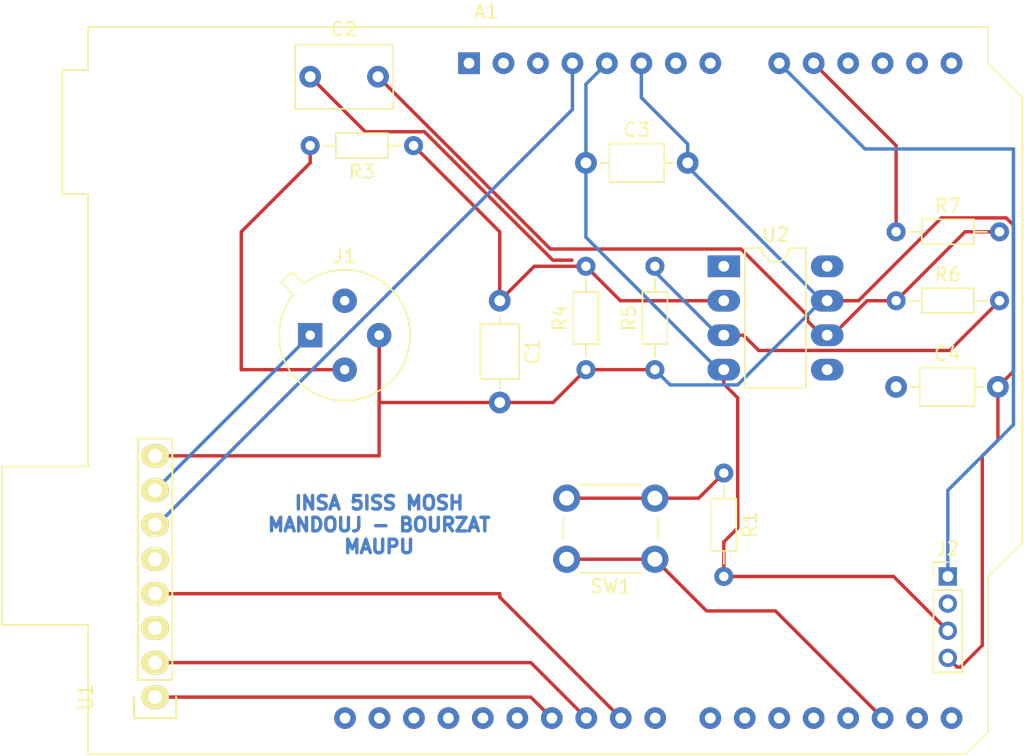
<source format=kicad_pcb>
(kicad_pcb (version 20171130) (host pcbnew "(5.0.0)")

  (general
    (thickness 1.6)
    (drawings 1)
    (tracks 104)
    (zones 0)
    (modules 16)
    (nets 45)
  )

  (page A4)
  (title_block
    (date "lun. 30 mars 2015")
  )

  (layers
    (0 F.Cu signal)
    (31 B.Cu signal)
    (32 B.Adhes user)
    (33 F.Adhes user)
    (34 B.Paste user)
    (35 F.Paste user)
    (36 B.SilkS user)
    (37 F.SilkS user)
    (38 B.Mask user)
    (39 F.Mask user)
    (40 Dwgs.User user)
    (41 Cmts.User user)
    (42 Eco1.User user)
    (43 Eco2.User user)
    (44 Edge.Cuts user)
    (45 Margin user)
    (46 B.CrtYd user)
    (47 F.CrtYd user)
    (48 B.Fab user)
    (49 F.Fab user)
  )

  (setup
    (last_trace_width 0.25)
    (trace_clearance 0.2)
    (zone_clearance 0.508)
    (zone_45_only no)
    (trace_min 0.2)
    (segment_width 0.15)
    (edge_width 0.15)
    (via_size 0.6)
    (via_drill 0.4)
    (via_min_size 0.4)
    (via_min_drill 0.3)
    (uvia_size 0.3)
    (uvia_drill 0.1)
    (uvias_allowed no)
    (uvia_min_size 0.2)
    (uvia_min_drill 0.1)
    (pcb_text_width 0.3)
    (pcb_text_size 1.5 1.5)
    (mod_edge_width 0.15)
    (mod_text_size 1 1)
    (mod_text_width 0.15)
    (pad_size 4.064 4.064)
    (pad_drill 3.048)
    (pad_to_mask_clearance 0)
    (solder_mask_min_width 0.25)
    (aux_axis_origin 110.998 126.365)
    (visible_elements 7FFFFFFF)
    (pcbplotparams
      (layerselection 0x00030_80000001)
      (usegerberextensions false)
      (usegerberattributes false)
      (usegerberadvancedattributes false)
      (creategerberjobfile false)
      (excludeedgelayer true)
      (linewidth 0.100000)
      (plotframeref false)
      (viasonmask false)
      (mode 1)
      (useauxorigin false)
      (hpglpennumber 1)
      (hpglpenspeed 20)
      (hpglpendiameter 15.000000)
      (psnegative false)
      (psa4output false)
      (plotreference true)
      (plotvalue true)
      (plotinvisibletext false)
      (padsonsilk false)
      (subtractmaskfromsilk false)
      (outputformat 1)
      (mirror false)
      (drillshape 1)
      (scaleselection 1)
      (outputdirectory ""))
  )

  (net 0 "")
  (net 1 +5V)
  (net 2 GND)
  (net 3 "Net-(A1-Pad16)")
  (net 4 "Net-(A1-Pad15)")
  (net 5 "Net-(A1-Pad30)")
  (net 6 "Net-(A1-Pad14)")
  (net 7 "Net-(A1-Pad29)")
  (net 8 "Net-(A1-Pad13)")
  (net 9 "Net-(A1-Pad28)")
  (net 10 "Net-(A1-Pad12)")
  (net 11 RST)
  (net 12 "Net-(A1-Pad11)")
  (net 13 Tx)
  (net 14 Rx)
  (net 15 "Net-(A1-Pad8)")
  (net 16 "Net-(A1-Pad23)")
  (net 17 "Net-(A1-Pad7)")
  (net 18 "Net-(A1-Pad22)")
  (net 19 "Net-(A1-Pad21)")
  (net 20 "Net-(A1-Pad20)")
  (net 21 "Net-(A1-Pad19)")
  (net 22 "Net-(A1-Pad3)")
  (net 23 "Net-(A1-Pad2)")
  (net 24 "Net-(A1-Pad1)")
  (net 25 "Net-(A1-Pad31)")
  (net 26 "Net-(A1-Pad32)")
  (net 27 "Net-(J2-Pad2)")
  (net 28 A0)
  (net 29 D3)
  (net 30 D2)
  (net 31 "Net-(R1-Pad1)")
  (net 32 "Net-(A1-Pad27)")
  (net 33 +3V3)
  (net 34 "Net-(U1-Pad5)")
  (net 35 "Net-(U1-Pad3)")
  (net 36 A1)
  (net 37 "Net-(C1-Pad1)")
  (net 38 "Net-(C2-Pad2)")
  (net 39 "Net-(C2-Pad1)")
  (net 40 "Net-(J1-Pad2)")
  (net 41 "Net-(J1-Pad4)")
  (net 42 "Net-(U2-Pad8)")
  (net 43 "Net-(U2-Pad5)")
  (net 44 "Net-(U2-Pad1)")

  (net_class Default "This is the default net class."
    (clearance 0.2)
    (trace_width 0.25)
    (via_dia 0.6)
    (via_drill 0.4)
    (uvia_dia 0.3)
    (uvia_drill 0.1)
    (add_net +3V3)
    (add_net +5V)
    (add_net A0)
    (add_net A1)
    (add_net D2)
    (add_net D3)
    (add_net GND)
    (add_net "Net-(A1-Pad1)")
    (add_net "Net-(A1-Pad11)")
    (add_net "Net-(A1-Pad12)")
    (add_net "Net-(A1-Pad13)")
    (add_net "Net-(A1-Pad14)")
    (add_net "Net-(A1-Pad15)")
    (add_net "Net-(A1-Pad16)")
    (add_net "Net-(A1-Pad19)")
    (add_net "Net-(A1-Pad2)")
    (add_net "Net-(A1-Pad20)")
    (add_net "Net-(A1-Pad21)")
    (add_net "Net-(A1-Pad22)")
    (add_net "Net-(A1-Pad23)")
    (add_net "Net-(A1-Pad27)")
    (add_net "Net-(A1-Pad28)")
    (add_net "Net-(A1-Pad29)")
    (add_net "Net-(A1-Pad3)")
    (add_net "Net-(A1-Pad30)")
    (add_net "Net-(A1-Pad31)")
    (add_net "Net-(A1-Pad32)")
    (add_net "Net-(A1-Pad7)")
    (add_net "Net-(A1-Pad8)")
    (add_net "Net-(C1-Pad1)")
    (add_net "Net-(C2-Pad1)")
    (add_net "Net-(C2-Pad2)")
    (add_net "Net-(J1-Pad2)")
    (add_net "Net-(J1-Pad4)")
    (add_net "Net-(J2-Pad2)")
    (add_net "Net-(R1-Pad1)")
    (add_net "Net-(U1-Pad3)")
    (add_net "Net-(U1-Pad5)")
    (add_net "Net-(U2-Pad1)")
    (add_net "Net-(U2-Pad5)")
    (add_net "Net-(U2-Pad8)")
    (add_net RST)
    (add_net Rx)
    (add_net Tx)
  )

  (module Module:Arduino_UNO_R3 (layer F.Cu) (tedit 58AB60FC) (tstamp 5E274A34)
    (at 169.185001 85.365001)
    (descr "Arduino UNO R3, http://www.mouser.com/pdfdocs/Gravitech_Arduino_Nano3_0.pdf")
    (tags "Arduino UNO R3")
    (path /5DDC2AFB)
    (fp_text reference A1 (at 1.27 -3.81 180) (layer F.SilkS)
      (effects (font (size 1 1) (thickness 0.15)))
    )
    (fp_text value Arduino_UNO_R3 (at 0 22.86) (layer F.Fab)
      (effects (font (size 1 1) (thickness 0.15)))
    )
    (fp_text user %R (at 0 20.32 180) (layer F.Fab)
      (effects (font (size 1 1) (thickness 0.15)))
    )
    (fp_line (start 38.35 -2.79) (end 38.35 0) (layer F.CrtYd) (width 0.05))
    (fp_line (start 38.35 0) (end 40.89 2.54) (layer F.CrtYd) (width 0.05))
    (fp_line (start 40.89 2.54) (end 40.89 35.31) (layer F.CrtYd) (width 0.05))
    (fp_line (start 40.89 35.31) (end 38.35 37.85) (layer F.CrtYd) (width 0.05))
    (fp_line (start 38.35 37.85) (end 38.35 49.28) (layer F.CrtYd) (width 0.05))
    (fp_line (start 38.35 49.28) (end 36.58 51.05) (layer F.CrtYd) (width 0.05))
    (fp_line (start 36.58 51.05) (end -28.19 51.05) (layer F.CrtYd) (width 0.05))
    (fp_line (start -28.19 51.05) (end -28.19 41.53) (layer F.CrtYd) (width 0.05))
    (fp_line (start -28.19 41.53) (end -34.54 41.53) (layer F.CrtYd) (width 0.05))
    (fp_line (start -34.54 41.53) (end -34.54 29.59) (layer F.CrtYd) (width 0.05))
    (fp_line (start -34.54 29.59) (end -28.19 29.59) (layer F.CrtYd) (width 0.05))
    (fp_line (start -28.19 29.59) (end -28.19 9.78) (layer F.CrtYd) (width 0.05))
    (fp_line (start -28.19 9.78) (end -30.1 9.78) (layer F.CrtYd) (width 0.05))
    (fp_line (start -30.1 9.78) (end -30.1 0.38) (layer F.CrtYd) (width 0.05))
    (fp_line (start -30.1 0.38) (end -28.19 0.38) (layer F.CrtYd) (width 0.05))
    (fp_line (start -28.19 0.38) (end -28.19 -2.79) (layer F.CrtYd) (width 0.05))
    (fp_line (start -28.19 -2.79) (end 38.35 -2.79) (layer F.CrtYd) (width 0.05))
    (fp_line (start 40.77 35.31) (end 40.77 2.54) (layer F.SilkS) (width 0.12))
    (fp_line (start 40.77 2.54) (end 38.23 0) (layer F.SilkS) (width 0.12))
    (fp_line (start 38.23 0) (end 38.23 -2.67) (layer F.SilkS) (width 0.12))
    (fp_line (start 38.23 -2.67) (end -28.07 -2.67) (layer F.SilkS) (width 0.12))
    (fp_line (start -28.07 -2.67) (end -28.07 0.51) (layer F.SilkS) (width 0.12))
    (fp_line (start -28.07 0.51) (end -29.97 0.51) (layer F.SilkS) (width 0.12))
    (fp_line (start -29.97 0.51) (end -29.97 9.65) (layer F.SilkS) (width 0.12))
    (fp_line (start -29.97 9.65) (end -28.07 9.65) (layer F.SilkS) (width 0.12))
    (fp_line (start -28.07 9.65) (end -28.07 29.72) (layer F.SilkS) (width 0.12))
    (fp_line (start -28.07 29.72) (end -34.42 29.72) (layer F.SilkS) (width 0.12))
    (fp_line (start -34.42 29.72) (end -34.42 41.4) (layer F.SilkS) (width 0.12))
    (fp_line (start -34.42 41.4) (end -28.07 41.4) (layer F.SilkS) (width 0.12))
    (fp_line (start -28.07 41.4) (end -28.07 50.93) (layer F.SilkS) (width 0.12))
    (fp_line (start -28.07 50.93) (end 36.58 50.93) (layer F.SilkS) (width 0.12))
    (fp_line (start 36.58 50.93) (end 38.23 49.28) (layer F.SilkS) (width 0.12))
    (fp_line (start 38.23 49.28) (end 38.23 37.85) (layer F.SilkS) (width 0.12))
    (fp_line (start 38.23 37.85) (end 40.77 35.31) (layer F.SilkS) (width 0.12))
    (fp_line (start -34.29 29.84) (end -18.41 29.84) (layer F.Fab) (width 0.1))
    (fp_line (start -18.41 29.84) (end -18.41 41.27) (layer F.Fab) (width 0.1))
    (fp_line (start -18.41 41.27) (end -34.29 41.27) (layer F.Fab) (width 0.1))
    (fp_line (start -34.29 41.27) (end -34.29 29.84) (layer F.Fab) (width 0.1))
    (fp_line (start -29.84 0.64) (end -16.51 0.64) (layer F.Fab) (width 0.1))
    (fp_line (start -16.51 0.64) (end -16.51 9.53) (layer F.Fab) (width 0.1))
    (fp_line (start -16.51 9.53) (end -29.84 9.53) (layer F.Fab) (width 0.1))
    (fp_line (start -29.84 9.53) (end -29.84 0.64) (layer F.Fab) (width 0.1))
    (fp_line (start 38.1 37.85) (end 38.1 49.28) (layer F.Fab) (width 0.1))
    (fp_line (start 40.64 2.54) (end 40.64 35.31) (layer F.Fab) (width 0.1))
    (fp_line (start 40.64 35.31) (end 38.1 37.85) (layer F.Fab) (width 0.1))
    (fp_line (start 38.1 -2.54) (end 38.1 0) (layer F.Fab) (width 0.1))
    (fp_line (start 38.1 0) (end 40.64 2.54) (layer F.Fab) (width 0.1))
    (fp_line (start 38.1 49.28) (end 36.58 50.8) (layer F.Fab) (width 0.1))
    (fp_line (start 36.58 50.8) (end -27.94 50.8) (layer F.Fab) (width 0.1))
    (fp_line (start -27.94 50.8) (end -27.94 -2.54) (layer F.Fab) (width 0.1))
    (fp_line (start -27.94 -2.54) (end 38.1 -2.54) (layer F.Fab) (width 0.1))
    (pad 32 thru_hole oval (at -9.14 48.26 90) (size 1.6 1.6) (drill 0.8) (layers *.Cu *.Mask)
      (net 26 "Net-(A1-Pad32)"))
    (pad 31 thru_hole oval (at -6.6 48.26 90) (size 1.6 1.6) (drill 0.8) (layers *.Cu *.Mask)
      (net 25 "Net-(A1-Pad31)"))
    (pad 1 thru_hole rect (at 0 0 90) (size 1.6 1.6) (drill 0.8) (layers *.Cu *.Mask)
      (net 24 "Net-(A1-Pad1)"))
    (pad 17 thru_hole oval (at 30.48 48.26 90) (size 1.6 1.6) (drill 0.8) (layers *.Cu *.Mask)
      (net 30 D2))
    (pad 2 thru_hole oval (at 2.54 0 90) (size 1.6 1.6) (drill 0.8) (layers *.Cu *.Mask)
      (net 23 "Net-(A1-Pad2)"))
    (pad 18 thru_hole oval (at 27.94 48.26 90) (size 1.6 1.6) (drill 0.8) (layers *.Cu *.Mask)
      (net 29 D3))
    (pad 3 thru_hole oval (at 5.08 0 90) (size 1.6 1.6) (drill 0.8) (layers *.Cu *.Mask)
      (net 22 "Net-(A1-Pad3)"))
    (pad 19 thru_hole oval (at 25.4 48.26 90) (size 1.6 1.6) (drill 0.8) (layers *.Cu *.Mask)
      (net 21 "Net-(A1-Pad19)"))
    (pad 4 thru_hole oval (at 7.62 0 90) (size 1.6 1.6) (drill 0.8) (layers *.Cu *.Mask)
      (net 33 +3V3))
    (pad 20 thru_hole oval (at 22.86 48.26 90) (size 1.6 1.6) (drill 0.8) (layers *.Cu *.Mask)
      (net 20 "Net-(A1-Pad20)"))
    (pad 5 thru_hole oval (at 10.16 0 90) (size 1.6 1.6) (drill 0.8) (layers *.Cu *.Mask)
      (net 1 +5V))
    (pad 21 thru_hole oval (at 20.32 48.26 90) (size 1.6 1.6) (drill 0.8) (layers *.Cu *.Mask)
      (net 19 "Net-(A1-Pad21)"))
    (pad 6 thru_hole oval (at 12.7 0 90) (size 1.6 1.6) (drill 0.8) (layers *.Cu *.Mask)
      (net 2 GND))
    (pad 22 thru_hole oval (at 17.78 48.26 90) (size 1.6 1.6) (drill 0.8) (layers *.Cu *.Mask)
      (net 18 "Net-(A1-Pad22)"))
    (pad 7 thru_hole oval (at 15.24 0 90) (size 1.6 1.6) (drill 0.8) (layers *.Cu *.Mask)
      (net 17 "Net-(A1-Pad7)"))
    (pad 23 thru_hole oval (at 13.72 48.26 90) (size 1.6 1.6) (drill 0.8) (layers *.Cu *.Mask)
      (net 16 "Net-(A1-Pad23)"))
    (pad 8 thru_hole oval (at 17.78 0 90) (size 1.6 1.6) (drill 0.8) (layers *.Cu *.Mask)
      (net 15 "Net-(A1-Pad8)"))
    (pad 24 thru_hole oval (at 11.18 48.26 90) (size 1.6 1.6) (drill 0.8) (layers *.Cu *.Mask)
      (net 11 RST))
    (pad 9 thru_hole oval (at 22.86 0 90) (size 1.6 1.6) (drill 0.8) (layers *.Cu *.Mask)
      (net 28 A0))
    (pad 25 thru_hole oval (at 8.64 48.26 90) (size 1.6 1.6) (drill 0.8) (layers *.Cu *.Mask)
      (net 14 Rx))
    (pad 10 thru_hole oval (at 25.4 0 90) (size 1.6 1.6) (drill 0.8) (layers *.Cu *.Mask)
      (net 36 A1))
    (pad 26 thru_hole oval (at 6.1 48.26 90) (size 1.6 1.6) (drill 0.8) (layers *.Cu *.Mask)
      (net 13 Tx))
    (pad 11 thru_hole oval (at 27.94 0 90) (size 1.6 1.6) (drill 0.8) (layers *.Cu *.Mask)
      (net 12 "Net-(A1-Pad11)"))
    (pad 27 thru_hole oval (at 3.56 48.26 90) (size 1.6 1.6) (drill 0.8) (layers *.Cu *.Mask)
      (net 32 "Net-(A1-Pad27)"))
    (pad 12 thru_hole oval (at 30.48 0 90) (size 1.6 1.6) (drill 0.8) (layers *.Cu *.Mask)
      (net 10 "Net-(A1-Pad12)"))
    (pad 28 thru_hole oval (at 1.02 48.26 90) (size 1.6 1.6) (drill 0.8) (layers *.Cu *.Mask)
      (net 9 "Net-(A1-Pad28)"))
    (pad 13 thru_hole oval (at 33.02 0 90) (size 1.6 1.6) (drill 0.8) (layers *.Cu *.Mask)
      (net 8 "Net-(A1-Pad13)"))
    (pad 29 thru_hole oval (at -1.52 48.26 90) (size 1.6 1.6) (drill 0.8) (layers *.Cu *.Mask)
      (net 7 "Net-(A1-Pad29)"))
    (pad 14 thru_hole oval (at 35.56 0 90) (size 1.6 1.6) (drill 0.8) (layers *.Cu *.Mask)
      (net 6 "Net-(A1-Pad14)"))
    (pad 30 thru_hole oval (at -4.06 48.26 90) (size 1.6 1.6) (drill 0.8) (layers *.Cu *.Mask)
      (net 5 "Net-(A1-Pad30)"))
    (pad 15 thru_hole oval (at 35.56 48.26 90) (size 1.6 1.6) (drill 0.8) (layers *.Cu *.Mask)
      (net 4 "Net-(A1-Pad15)"))
    (pad 16 thru_hole oval (at 33.02 48.26 90) (size 1.6 1.6) (drill 0.8) (layers *.Cu *.Mask)
      (net 3 "Net-(A1-Pad16)"))
    (model ${KISYS3DMOD}/Module.3dshapes/Arduino_UNO_R3.wrl
      (at (xyz 0 0 0))
      (scale (xyz 1 1 1))
      (rotate (xyz 0 0 0))
    )
  )

  (module Capacitor_THT:C_Axial_L3.8mm_D2.6mm_P7.50mm_Horizontal (layer F.Cu) (tedit 5AE50EF0) (tstamp 5E274A4B)
    (at 171.45 102.87 270)
    (descr "C, Axial series, Axial, Horizontal, pin pitch=7.5mm, , length*diameter=3.8*2.6mm^2, http://www.vishay.com/docs/45231/arseries.pdf")
    (tags "C Axial series Axial Horizontal pin pitch 7.5mm  length 3.8mm diameter 2.6mm")
    (path /5DE7C1DA)
    (fp_text reference C1 (at 3.75 -2.42 270) (layer F.SilkS)
      (effects (font (size 1 1) (thickness 0.15)))
    )
    (fp_text value 100n (at 3.75 2.42 270) (layer F.Fab)
      (effects (font (size 1 1) (thickness 0.15)))
    )
    (fp_line (start 1.85 -1.3) (end 1.85 1.3) (layer F.Fab) (width 0.1))
    (fp_line (start 1.85 1.3) (end 5.65 1.3) (layer F.Fab) (width 0.1))
    (fp_line (start 5.65 1.3) (end 5.65 -1.3) (layer F.Fab) (width 0.1))
    (fp_line (start 5.65 -1.3) (end 1.85 -1.3) (layer F.Fab) (width 0.1))
    (fp_line (start 0 0) (end 1.85 0) (layer F.Fab) (width 0.1))
    (fp_line (start 7.5 0) (end 5.65 0) (layer F.Fab) (width 0.1))
    (fp_line (start 1.73 -1.42) (end 1.73 1.42) (layer F.SilkS) (width 0.12))
    (fp_line (start 1.73 1.42) (end 5.77 1.42) (layer F.SilkS) (width 0.12))
    (fp_line (start 5.77 1.42) (end 5.77 -1.42) (layer F.SilkS) (width 0.12))
    (fp_line (start 5.77 -1.42) (end 1.73 -1.42) (layer F.SilkS) (width 0.12))
    (fp_line (start 1.04 0) (end 1.73 0) (layer F.SilkS) (width 0.12))
    (fp_line (start 6.46 0) (end 5.77 0) (layer F.SilkS) (width 0.12))
    (fp_line (start -1.05 -1.55) (end -1.05 1.55) (layer F.CrtYd) (width 0.05))
    (fp_line (start -1.05 1.55) (end 8.55 1.55) (layer F.CrtYd) (width 0.05))
    (fp_line (start 8.55 1.55) (end 8.55 -1.55) (layer F.CrtYd) (width 0.05))
    (fp_line (start 8.55 -1.55) (end -1.05 -1.55) (layer F.CrtYd) (width 0.05))
    (fp_text user %R (at 3.75 0 270) (layer F.Fab)
      (effects (font (size 0.76 0.76) (thickness 0.114)))
    )
    (pad 1 thru_hole circle (at 0 0 270) (size 1.6 1.6) (drill 0.8) (layers *.Cu *.Mask)
      (net 37 "Net-(C1-Pad1)"))
    (pad 2 thru_hole oval (at 7.5 0 270) (size 1.6 1.6) (drill 0.8) (layers *.Cu *.Mask)
      (net 2 GND))
    (model ${KISYS3DMOD}/Capacitor_THT.3dshapes/C_Axial_L3.8mm_D2.6mm_P7.50mm_Horizontal.wrl
      (at (xyz 0 0 0))
      (scale (xyz 1 1 1))
      (rotate (xyz 0 0 0))
    )
  )

  (module Capacitor_THT:C_Rect_L7.0mm_W4.5mm_P5.00mm (layer F.Cu) (tedit 5AE50EF0) (tstamp 5E274A5E)
    (at 157.48 86.36)
    (descr "C, Rect series, Radial, pin pitch=5.00mm, , length*width=7*4.5mm^2, Capacitor")
    (tags "C Rect series Radial pin pitch 5.00mm  length 7mm width 4.5mm Capacitor")
    (path /5DE7FA7C)
    (fp_text reference C2 (at 2.5 -3.5) (layer F.SilkS)
      (effects (font (size 1 1) (thickness 0.15)))
    )
    (fp_text value 1µ (at 2.5 3.5) (layer F.Fab)
      (effects (font (size 1 1) (thickness 0.15)))
    )
    (fp_line (start -1 -2.25) (end -1 2.25) (layer F.Fab) (width 0.1))
    (fp_line (start -1 2.25) (end 6 2.25) (layer F.Fab) (width 0.1))
    (fp_line (start 6 2.25) (end 6 -2.25) (layer F.Fab) (width 0.1))
    (fp_line (start 6 -2.25) (end -1 -2.25) (layer F.Fab) (width 0.1))
    (fp_line (start -1.12 -2.37) (end 6.12 -2.37) (layer F.SilkS) (width 0.12))
    (fp_line (start -1.12 2.37) (end 6.12 2.37) (layer F.SilkS) (width 0.12))
    (fp_line (start -1.12 -2.37) (end -1.12 2.37) (layer F.SilkS) (width 0.12))
    (fp_line (start 6.12 -2.37) (end 6.12 2.37) (layer F.SilkS) (width 0.12))
    (fp_line (start -1.25 -2.5) (end -1.25 2.5) (layer F.CrtYd) (width 0.05))
    (fp_line (start -1.25 2.5) (end 6.25 2.5) (layer F.CrtYd) (width 0.05))
    (fp_line (start 6.25 2.5) (end 6.25 -2.5) (layer F.CrtYd) (width 0.05))
    (fp_line (start 6.25 -2.5) (end -1.25 -2.5) (layer F.CrtYd) (width 0.05))
    (fp_text user %R (at 2.5 0) (layer F.Fab)
      (effects (font (size 1 1) (thickness 0.15)))
    )
    (pad 1 thru_hole circle (at 0 0) (size 1.6 1.6) (drill 0.8) (layers *.Cu *.Mask)
      (net 39 "Net-(C2-Pad1)"))
    (pad 2 thru_hole circle (at 5 0) (size 1.6 1.6) (drill 0.8) (layers *.Cu *.Mask)
      (net 38 "Net-(C2-Pad2)"))
    (model ${KISYS3DMOD}/Capacitor_THT.3dshapes/C_Rect_L7.0mm_W4.5mm_P5.00mm.wrl
      (at (xyz 0 0 0))
      (scale (xyz 1 1 1))
      (rotate (xyz 0 0 0))
    )
  )

  (module Capacitor_THT:C_Axial_L3.8mm_D2.6mm_P7.50mm_Horizontal (layer F.Cu) (tedit 5AE50EF0) (tstamp 5E274A75)
    (at 177.8 92.71)
    (descr "C, Axial series, Axial, Horizontal, pin pitch=7.5mm, , length*diameter=3.8*2.6mm^2, http://www.vishay.com/docs/45231/arseries.pdf")
    (tags "C Axial series Axial Horizontal pin pitch 7.5mm  length 3.8mm diameter 2.6mm")
    (path /5DE80278)
    (fp_text reference C3 (at 3.75 -2.42) (layer F.SilkS)
      (effects (font (size 1 1) (thickness 0.15)))
    )
    (fp_text value 100n (at 3.75 2.42) (layer F.Fab)
      (effects (font (size 1 1) (thickness 0.15)))
    )
    (fp_line (start 1.85 -1.3) (end 1.85 1.3) (layer F.Fab) (width 0.1))
    (fp_line (start 1.85 1.3) (end 5.65 1.3) (layer F.Fab) (width 0.1))
    (fp_line (start 5.65 1.3) (end 5.65 -1.3) (layer F.Fab) (width 0.1))
    (fp_line (start 5.65 -1.3) (end 1.85 -1.3) (layer F.Fab) (width 0.1))
    (fp_line (start 0 0) (end 1.85 0) (layer F.Fab) (width 0.1))
    (fp_line (start 7.5 0) (end 5.65 0) (layer F.Fab) (width 0.1))
    (fp_line (start 1.73 -1.42) (end 1.73 1.42) (layer F.SilkS) (width 0.12))
    (fp_line (start 1.73 1.42) (end 5.77 1.42) (layer F.SilkS) (width 0.12))
    (fp_line (start 5.77 1.42) (end 5.77 -1.42) (layer F.SilkS) (width 0.12))
    (fp_line (start 5.77 -1.42) (end 1.73 -1.42) (layer F.SilkS) (width 0.12))
    (fp_line (start 1.04 0) (end 1.73 0) (layer F.SilkS) (width 0.12))
    (fp_line (start 6.46 0) (end 5.77 0) (layer F.SilkS) (width 0.12))
    (fp_line (start -1.05 -1.55) (end -1.05 1.55) (layer F.CrtYd) (width 0.05))
    (fp_line (start -1.05 1.55) (end 8.55 1.55) (layer F.CrtYd) (width 0.05))
    (fp_line (start 8.55 1.55) (end 8.55 -1.55) (layer F.CrtYd) (width 0.05))
    (fp_line (start 8.55 -1.55) (end -1.05 -1.55) (layer F.CrtYd) (width 0.05))
    (fp_text user %R (at 3.75 0) (layer F.Fab)
      (effects (font (size 0.76 0.76) (thickness 0.114)))
    )
    (pad 1 thru_hole circle (at 0 0) (size 1.6 1.6) (drill 0.8) (layers *.Cu *.Mask)
      (net 1 +5V))
    (pad 2 thru_hole oval (at 7.5 0) (size 1.6 1.6) (drill 0.8) (layers *.Cu *.Mask)
      (net 2 GND))
    (model ${KISYS3DMOD}/Capacitor_THT.3dshapes/C_Axial_L3.8mm_D2.6mm_P7.50mm_Horizontal.wrl
      (at (xyz 0 0 0))
      (scale (xyz 1 1 1))
      (rotate (xyz 0 0 0))
    )
  )

  (module Capacitor_THT:C_Axial_L3.8mm_D2.6mm_P7.50mm_Horizontal (layer F.Cu) (tedit 5AE50EF0) (tstamp 5E274A8C)
    (at 200.66 109.22)
    (descr "C, Axial series, Axial, Horizontal, pin pitch=7.5mm, , length*diameter=3.8*2.6mm^2, http://www.vishay.com/docs/45231/arseries.pdf")
    (tags "C Axial series Axial Horizontal pin pitch 7.5mm  length 3.8mm diameter 2.6mm")
    (path /5DE7F32E)
    (fp_text reference C4 (at 3.75 -2.42) (layer F.SilkS)
      (effects (font (size 1 1) (thickness 0.15)))
    )
    (fp_text value 100n (at 3.75 2.42) (layer F.Fab)
      (effects (font (size 1 1) (thickness 0.15)))
    )
    (fp_text user %R (at 3.75 0) (layer F.Fab)
      (effects (font (size 0.76 0.76) (thickness 0.114)))
    )
    (fp_line (start 8.55 -1.55) (end -1.05 -1.55) (layer F.CrtYd) (width 0.05))
    (fp_line (start 8.55 1.55) (end 8.55 -1.55) (layer F.CrtYd) (width 0.05))
    (fp_line (start -1.05 1.55) (end 8.55 1.55) (layer F.CrtYd) (width 0.05))
    (fp_line (start -1.05 -1.55) (end -1.05 1.55) (layer F.CrtYd) (width 0.05))
    (fp_line (start 6.46 0) (end 5.77 0) (layer F.SilkS) (width 0.12))
    (fp_line (start 1.04 0) (end 1.73 0) (layer F.SilkS) (width 0.12))
    (fp_line (start 5.77 -1.42) (end 1.73 -1.42) (layer F.SilkS) (width 0.12))
    (fp_line (start 5.77 1.42) (end 5.77 -1.42) (layer F.SilkS) (width 0.12))
    (fp_line (start 1.73 1.42) (end 5.77 1.42) (layer F.SilkS) (width 0.12))
    (fp_line (start 1.73 -1.42) (end 1.73 1.42) (layer F.SilkS) (width 0.12))
    (fp_line (start 7.5 0) (end 5.65 0) (layer F.Fab) (width 0.1))
    (fp_line (start 0 0) (end 1.85 0) (layer F.Fab) (width 0.1))
    (fp_line (start 5.65 -1.3) (end 1.85 -1.3) (layer F.Fab) (width 0.1))
    (fp_line (start 5.65 1.3) (end 5.65 -1.3) (layer F.Fab) (width 0.1))
    (fp_line (start 1.85 1.3) (end 5.65 1.3) (layer F.Fab) (width 0.1))
    (fp_line (start 1.85 -1.3) (end 1.85 1.3) (layer F.Fab) (width 0.1))
    (pad 2 thru_hole oval (at 7.5 0) (size 1.6 1.6) (drill 0.8) (layers *.Cu *.Mask)
      (net 2 GND))
    (pad 1 thru_hole circle (at 0 0) (size 1.6 1.6) (drill 0.8) (layers *.Cu *.Mask)
      (net 36 A1))
    (model ${KISYS3DMOD}/Capacitor_THT.3dshapes/C_Axial_L3.8mm_D2.6mm_P7.50mm_Horizontal.wrl
      (at (xyz 0 0 0))
      (scale (xyz 1 1 1))
      (rotate (xyz 0 0 0))
    )
  )

  (module ShieldArduino_Empreintes:TO-5-4_1 (layer F.Cu) (tedit 5BD71509) (tstamp 5E274AB5)
    (at 157.48 105.41)
    (descr TO-5-4)
    (tags TO-5-4)
    (path /5DEBE79D)
    (fp_text reference J1 (at 2.54 -5.82) (layer F.SilkS)
      (effects (font (size 1 1) (thickness 0.15)))
    )
    (fp_text value Conn_01x04 (at 2.54 5.82) (layer F.Fab)
      (effects (font (size 1 1) (thickness 0.15)))
    )
    (fp_arc (start 2.54 0) (end -0.457084 -3.774902) (angle 346.9) (layer F.SilkS) (width 0.12))
    (fp_arc (start 2.54 0) (end -0.465408 -3.61352) (angle 349.5) (layer F.Fab) (width 0.1))
    (fp_circle (center 2.54 0) (end 6.79 0) (layer F.Fab) (width 0.1))
    (fp_line (start 7.49 -4.95) (end -2.41 -4.95) (layer F.CrtYd) (width 0.05))
    (fp_line (start 7.49 4.95) (end 7.49 -4.95) (layer F.CrtYd) (width 0.05))
    (fp_line (start -2.41 4.95) (end 7.49 4.95) (layer F.CrtYd) (width 0.05))
    (fp_line (start -2.41 -4.95) (end -2.41 4.95) (layer F.CrtYd) (width 0.05))
    (fp_line (start -2.125856 -3.888039) (end -1.234902 -2.997084) (layer F.SilkS) (width 0.12))
    (fp_line (start -1.348039 -4.665856) (end -2.125856 -3.888039) (layer F.SilkS) (width 0.12))
    (fp_line (start -0.457084 -3.774902) (end -1.348039 -4.665856) (layer F.SilkS) (width 0.12))
    (fp_line (start -1.879621 -3.81151) (end -1.07352 -3.005408) (layer F.Fab) (width 0.1))
    (fp_line (start -1.27151 -4.419621) (end -1.879621 -3.81151) (layer F.Fab) (width 0.1))
    (fp_line (start -0.465408 -3.61352) (end -1.27151 -4.419621) (layer F.Fab) (width 0.1))
    (fp_text user %R (at 2.54 -5.82) (layer F.Fab)
      (effects (font (size 1 1) (thickness 0.15)))
    )
    (pad 4 thru_hole circle (at 2.54 -2.54) (size 1.8 1.8) (drill 0.7) (layers *.Cu *.Mask)
      (net 41 "Net-(J1-Pad4)"))
    (pad 3 thru_hole circle (at 5.08 0) (size 1.8 1.8) (drill 0.7) (layers *.Cu *.Mask)
      (net 2 GND))
    (pad 2 thru_hole circle (at 2.54 2.54) (size 1.8 1.8) (drill 0.7) (layers *.Cu *.Mask)
      (net 40 "Net-(J1-Pad2)"))
    (pad 1 thru_hole rect (at 0 0) (size 1.8 1.8) (drill 0.7) (layers *.Cu *.Mask)
      (net 33 +3V3))
    (model ${KISYS3DMOD}/Package_TO_SOT_THT.3dshapes/TO-5-4.wrl
      (at (xyz 0 0 0))
      (scale (xyz 1 1 1))
      (rotate (xyz 0 0 0))
    )
  )

  (module Connector_PinHeader_2.00mm:PinHeader_1x04_P2.00mm_Vertical (layer F.Cu) (tedit 59FED667) (tstamp 5E274ACD)
    (at 204.47 123.19)
    (descr "Through hole straight pin header, 1x04, 2.00mm pitch, single row")
    (tags "Through hole pin header THT 1x04 2.00mm single row")
    (path /5DDCF554)
    (fp_text reference J2 (at 0 -2.06) (layer F.SilkS)
      (effects (font (size 1 1) (thickness 0.15)))
    )
    (fp_text value Conn_01x04 (at 0 8.06) (layer F.Fab)
      (effects (font (size 1 1) (thickness 0.15)))
    )
    (fp_line (start -0.5 -1) (end 1 -1) (layer F.Fab) (width 0.1))
    (fp_line (start 1 -1) (end 1 7) (layer F.Fab) (width 0.1))
    (fp_line (start 1 7) (end -1 7) (layer F.Fab) (width 0.1))
    (fp_line (start -1 7) (end -1 -0.5) (layer F.Fab) (width 0.1))
    (fp_line (start -1 -0.5) (end -0.5 -1) (layer F.Fab) (width 0.1))
    (fp_line (start -1.06 7.06) (end 1.06 7.06) (layer F.SilkS) (width 0.12))
    (fp_line (start -1.06 1) (end -1.06 7.06) (layer F.SilkS) (width 0.12))
    (fp_line (start 1.06 1) (end 1.06 7.06) (layer F.SilkS) (width 0.12))
    (fp_line (start -1.06 1) (end 1.06 1) (layer F.SilkS) (width 0.12))
    (fp_line (start -1.06 0) (end -1.06 -1.06) (layer F.SilkS) (width 0.12))
    (fp_line (start -1.06 -1.06) (end 0 -1.06) (layer F.SilkS) (width 0.12))
    (fp_line (start -1.5 -1.5) (end -1.5 7.5) (layer F.CrtYd) (width 0.05))
    (fp_line (start -1.5 7.5) (end 1.5 7.5) (layer F.CrtYd) (width 0.05))
    (fp_line (start 1.5 7.5) (end 1.5 -1.5) (layer F.CrtYd) (width 0.05))
    (fp_line (start 1.5 -1.5) (end -1.5 -1.5) (layer F.CrtYd) (width 0.05))
    (fp_text user %R (at 0 3 90) (layer F.Fab)
      (effects (font (size 1 1) (thickness 0.15)))
    )
    (pad 1 thru_hole rect (at 0 0) (size 1.35 1.35) (drill 0.8) (layers *.Cu *.Mask)
      (net 28 A0))
    (pad 2 thru_hole oval (at 0 2) (size 1.35 1.35) (drill 0.8) (layers *.Cu *.Mask)
      (net 27 "Net-(J2-Pad2)"))
    (pad 3 thru_hole oval (at 0 4) (size 1.35 1.35) (drill 0.8) (layers *.Cu *.Mask)
      (net 1 +5V))
    (pad 4 thru_hole oval (at 0 6) (size 1.35 1.35) (drill 0.8) (layers *.Cu *.Mask)
      (net 2 GND))
    (model ${KISYS3DMOD}/Connector_PinHeader_2.00mm.3dshapes/PinHeader_1x04_P2.00mm_Vertical.wrl
      (at (xyz 0 0 0))
      (scale (xyz 1 1 1))
      (rotate (xyz 0 0 0))
    )
  )

  (module Resistor_THT:R_Axial_DIN0204_L3.6mm_D1.6mm_P7.62mm_Horizontal (layer F.Cu) (tedit 5AE5139B) (tstamp 5E274AE4)
    (at 187.96 115.57 270)
    (descr "Resistor, Axial_DIN0204 series, Axial, Horizontal, pin pitch=7.62mm, 0.167W, length*diameter=3.6*1.6mm^2, http://cdn-reichelt.de/documents/datenblatt/B400/1_4W%23YAG.pdf")
    (tags "Resistor Axial_DIN0204 series Axial Horizontal pin pitch 7.62mm 0.167W length 3.6mm diameter 1.6mm")
    (path /5DDC34ED)
    (fp_text reference R1 (at 3.81 -1.92 270) (layer F.SilkS)
      (effects (font (size 1 1) (thickness 0.15)))
    )
    (fp_text value 10k (at 3.81 1.92 270) (layer F.Fab)
      (effects (font (size 1 1) (thickness 0.15)))
    )
    (fp_line (start 2.01 -0.8) (end 2.01 0.8) (layer F.Fab) (width 0.1))
    (fp_line (start 2.01 0.8) (end 5.61 0.8) (layer F.Fab) (width 0.1))
    (fp_line (start 5.61 0.8) (end 5.61 -0.8) (layer F.Fab) (width 0.1))
    (fp_line (start 5.61 -0.8) (end 2.01 -0.8) (layer F.Fab) (width 0.1))
    (fp_line (start 0 0) (end 2.01 0) (layer F.Fab) (width 0.1))
    (fp_line (start 7.62 0) (end 5.61 0) (layer F.Fab) (width 0.1))
    (fp_line (start 1.89 -0.92) (end 1.89 0.92) (layer F.SilkS) (width 0.12))
    (fp_line (start 1.89 0.92) (end 5.73 0.92) (layer F.SilkS) (width 0.12))
    (fp_line (start 5.73 0.92) (end 5.73 -0.92) (layer F.SilkS) (width 0.12))
    (fp_line (start 5.73 -0.92) (end 1.89 -0.92) (layer F.SilkS) (width 0.12))
    (fp_line (start 0.94 0) (end 1.89 0) (layer F.SilkS) (width 0.12))
    (fp_line (start 6.68 0) (end 5.73 0) (layer F.SilkS) (width 0.12))
    (fp_line (start -0.95 -1.05) (end -0.95 1.05) (layer F.CrtYd) (width 0.05))
    (fp_line (start -0.95 1.05) (end 8.57 1.05) (layer F.CrtYd) (width 0.05))
    (fp_line (start 8.57 1.05) (end 8.57 -1.05) (layer F.CrtYd) (width 0.05))
    (fp_line (start 8.57 -1.05) (end -0.95 -1.05) (layer F.CrtYd) (width 0.05))
    (fp_text user %R (at 3.81 0 270) (layer F.Fab)
      (effects (font (size 0.72 0.72) (thickness 0.108)))
    )
    (pad 1 thru_hole circle (at 0 0 270) (size 1.4 1.4) (drill 0.7) (layers *.Cu *.Mask)
      (net 31 "Net-(R1-Pad1)"))
    (pad 2 thru_hole oval (at 7.62 0 270) (size 1.4 1.4) (drill 0.7) (layers *.Cu *.Mask)
      (net 1 +5V))
    (model ${KISYS3DMOD}/Resistor_THT.3dshapes/R_Axial_DIN0204_L3.6mm_D1.6mm_P7.62mm_Horizontal.wrl
      (at (xyz 0 0 0))
      (scale (xyz 1 1 1))
      (rotate (xyz 0 0 0))
    )
  )

  (module Resistor_THT:R_Axial_DIN0204_L3.6mm_D1.6mm_P7.62mm_Horizontal (layer F.Cu) (tedit 5AE5139B) (tstamp 5E274B12)
    (at 165.1 91.44 180)
    (descr "Resistor, Axial_DIN0204 series, Axial, Horizontal, pin pitch=7.62mm, 0.167W, length*diameter=3.6*1.6mm^2, http://cdn-reichelt.de/documents/datenblatt/B400/1_4W%23YAG.pdf")
    (tags "Resistor Axial_DIN0204 series Axial Horizontal pin pitch 7.62mm 0.167W length 3.6mm diameter 1.6mm")
    (path /5DE7D95D)
    (fp_text reference R3 (at 3.81 -1.92 180) (layer F.SilkS)
      (effects (font (size 1 1) (thickness 0.15)))
    )
    (fp_text value 10k (at 3.81 1.92 180) (layer F.Fab)
      (effects (font (size 1 1) (thickness 0.15)))
    )
    (fp_text user %R (at 3.81 0 180) (layer F.Fab)
      (effects (font (size 0.72 0.72) (thickness 0.108)))
    )
    (fp_line (start 8.57 -1.05) (end -0.95 -1.05) (layer F.CrtYd) (width 0.05))
    (fp_line (start 8.57 1.05) (end 8.57 -1.05) (layer F.CrtYd) (width 0.05))
    (fp_line (start -0.95 1.05) (end 8.57 1.05) (layer F.CrtYd) (width 0.05))
    (fp_line (start -0.95 -1.05) (end -0.95 1.05) (layer F.CrtYd) (width 0.05))
    (fp_line (start 6.68 0) (end 5.73 0) (layer F.SilkS) (width 0.12))
    (fp_line (start 0.94 0) (end 1.89 0) (layer F.SilkS) (width 0.12))
    (fp_line (start 5.73 -0.92) (end 1.89 -0.92) (layer F.SilkS) (width 0.12))
    (fp_line (start 5.73 0.92) (end 5.73 -0.92) (layer F.SilkS) (width 0.12))
    (fp_line (start 1.89 0.92) (end 5.73 0.92) (layer F.SilkS) (width 0.12))
    (fp_line (start 1.89 -0.92) (end 1.89 0.92) (layer F.SilkS) (width 0.12))
    (fp_line (start 7.62 0) (end 5.61 0) (layer F.Fab) (width 0.1))
    (fp_line (start 0 0) (end 2.01 0) (layer F.Fab) (width 0.1))
    (fp_line (start 5.61 -0.8) (end 2.01 -0.8) (layer F.Fab) (width 0.1))
    (fp_line (start 5.61 0.8) (end 5.61 -0.8) (layer F.Fab) (width 0.1))
    (fp_line (start 2.01 0.8) (end 5.61 0.8) (layer F.Fab) (width 0.1))
    (fp_line (start 2.01 -0.8) (end 2.01 0.8) (layer F.Fab) (width 0.1))
    (pad 2 thru_hole oval (at 7.62 0 180) (size 1.4 1.4) (drill 0.7) (layers *.Cu *.Mask)
      (net 40 "Net-(J1-Pad2)"))
    (pad 1 thru_hole circle (at 0 0 180) (size 1.4 1.4) (drill 0.7) (layers *.Cu *.Mask)
      (net 37 "Net-(C1-Pad1)"))
    (model ${KISYS3DMOD}/Resistor_THT.3dshapes/R_Axial_DIN0204_L3.6mm_D1.6mm_P7.62mm_Horizontal.wrl
      (at (xyz 0 0 0))
      (scale (xyz 1 1 1))
      (rotate (xyz 0 0 0))
    )
  )

  (module Resistor_THT:R_Axial_DIN0204_L3.6mm_D1.6mm_P7.62mm_Horizontal (layer F.Cu) (tedit 5AE5139B) (tstamp 5E274B29)
    (at 177.8 107.95 90)
    (descr "Resistor, Axial_DIN0204 series, Axial, Horizontal, pin pitch=7.62mm, 0.167W, length*diameter=3.6*1.6mm^2, http://cdn-reichelt.de/documents/datenblatt/B400/1_4W%23YAG.pdf")
    (tags "Resistor Axial_DIN0204 series Axial Horizontal pin pitch 7.62mm 0.167W length 3.6mm diameter 1.6mm")
    (path /5DE7E008)
    (fp_text reference R4 (at 3.81 -1.92 90) (layer F.SilkS)
      (effects (font (size 1 1) (thickness 0.15)))
    )
    (fp_text value 100k (at 3.81 1.92 90) (layer F.Fab)
      (effects (font (size 1 1) (thickness 0.15)))
    )
    (fp_text user %R (at 3.81 0 90) (layer F.Fab)
      (effects (font (size 0.72 0.72) (thickness 0.108)))
    )
    (fp_line (start 8.57 -1.05) (end -0.95 -1.05) (layer F.CrtYd) (width 0.05))
    (fp_line (start 8.57 1.05) (end 8.57 -1.05) (layer F.CrtYd) (width 0.05))
    (fp_line (start -0.95 1.05) (end 8.57 1.05) (layer F.CrtYd) (width 0.05))
    (fp_line (start -0.95 -1.05) (end -0.95 1.05) (layer F.CrtYd) (width 0.05))
    (fp_line (start 6.68 0) (end 5.73 0) (layer F.SilkS) (width 0.12))
    (fp_line (start 0.94 0) (end 1.89 0) (layer F.SilkS) (width 0.12))
    (fp_line (start 5.73 -0.92) (end 1.89 -0.92) (layer F.SilkS) (width 0.12))
    (fp_line (start 5.73 0.92) (end 5.73 -0.92) (layer F.SilkS) (width 0.12))
    (fp_line (start 1.89 0.92) (end 5.73 0.92) (layer F.SilkS) (width 0.12))
    (fp_line (start 1.89 -0.92) (end 1.89 0.92) (layer F.SilkS) (width 0.12))
    (fp_line (start 7.62 0) (end 5.61 0) (layer F.Fab) (width 0.1))
    (fp_line (start 0 0) (end 2.01 0) (layer F.Fab) (width 0.1))
    (fp_line (start 5.61 -0.8) (end 2.01 -0.8) (layer F.Fab) (width 0.1))
    (fp_line (start 5.61 0.8) (end 5.61 -0.8) (layer F.Fab) (width 0.1))
    (fp_line (start 2.01 0.8) (end 5.61 0.8) (layer F.Fab) (width 0.1))
    (fp_line (start 2.01 -0.8) (end 2.01 0.8) (layer F.Fab) (width 0.1))
    (pad 2 thru_hole oval (at 7.62 0 90) (size 1.4 1.4) (drill 0.7) (layers *.Cu *.Mask)
      (net 37 "Net-(C1-Pad1)"))
    (pad 1 thru_hole circle (at 0 0 90) (size 1.4 1.4) (drill 0.7) (layers *.Cu *.Mask)
      (net 2 GND))
    (model ${KISYS3DMOD}/Resistor_THT.3dshapes/R_Axial_DIN0204_L3.6mm_D1.6mm_P7.62mm_Horizontal.wrl
      (at (xyz 0 0 0))
      (scale (xyz 1 1 1))
      (rotate (xyz 0 0 0))
    )
  )

  (module Resistor_THT:R_Axial_DIN0204_L3.6mm_D1.6mm_P7.62mm_Horizontal (layer F.Cu) (tedit 5AE5139B) (tstamp 5E274B40)
    (at 182.88 107.95 90)
    (descr "Resistor, Axial_DIN0204 series, Axial, Horizontal, pin pitch=7.62mm, 0.167W, length*diameter=3.6*1.6mm^2, http://cdn-reichelt.de/documents/datenblatt/B400/1_4W%23YAG.pdf")
    (tags "Resistor Axial_DIN0204 series Axial Horizontal pin pitch 7.62mm 0.167W length 3.6mm diameter 1.6mm")
    (path /5DE7E6AA)
    (fp_text reference R5 (at 3.81 -1.92 90) (layer F.SilkS)
      (effects (font (size 1 1) (thickness 0.15)))
    )
    (fp_text value 1k (at 3.81 1.92 90) (layer F.Fab)
      (effects (font (size 1 1) (thickness 0.15)))
    )
    (fp_line (start 2.01 -0.8) (end 2.01 0.8) (layer F.Fab) (width 0.1))
    (fp_line (start 2.01 0.8) (end 5.61 0.8) (layer F.Fab) (width 0.1))
    (fp_line (start 5.61 0.8) (end 5.61 -0.8) (layer F.Fab) (width 0.1))
    (fp_line (start 5.61 -0.8) (end 2.01 -0.8) (layer F.Fab) (width 0.1))
    (fp_line (start 0 0) (end 2.01 0) (layer F.Fab) (width 0.1))
    (fp_line (start 7.62 0) (end 5.61 0) (layer F.Fab) (width 0.1))
    (fp_line (start 1.89 -0.92) (end 1.89 0.92) (layer F.SilkS) (width 0.12))
    (fp_line (start 1.89 0.92) (end 5.73 0.92) (layer F.SilkS) (width 0.12))
    (fp_line (start 5.73 0.92) (end 5.73 -0.92) (layer F.SilkS) (width 0.12))
    (fp_line (start 5.73 -0.92) (end 1.89 -0.92) (layer F.SilkS) (width 0.12))
    (fp_line (start 0.94 0) (end 1.89 0) (layer F.SilkS) (width 0.12))
    (fp_line (start 6.68 0) (end 5.73 0) (layer F.SilkS) (width 0.12))
    (fp_line (start -0.95 -1.05) (end -0.95 1.05) (layer F.CrtYd) (width 0.05))
    (fp_line (start -0.95 1.05) (end 8.57 1.05) (layer F.CrtYd) (width 0.05))
    (fp_line (start 8.57 1.05) (end 8.57 -1.05) (layer F.CrtYd) (width 0.05))
    (fp_line (start 8.57 -1.05) (end -0.95 -1.05) (layer F.CrtYd) (width 0.05))
    (fp_text user %R (at 3.81 0 90) (layer F.Fab)
      (effects (font (size 0.72 0.72) (thickness 0.108)))
    )
    (pad 1 thru_hole circle (at 0 0 90) (size 1.4 1.4) (drill 0.7) (layers *.Cu *.Mask)
      (net 2 GND))
    (pad 2 thru_hole oval (at 7.62 0 90) (size 1.4 1.4) (drill 0.7) (layers *.Cu *.Mask)
      (net 39 "Net-(C2-Pad1)"))
    (model ${KISYS3DMOD}/Resistor_THT.3dshapes/R_Axial_DIN0204_L3.6mm_D1.6mm_P7.62mm_Horizontal.wrl
      (at (xyz 0 0 0))
      (scale (xyz 1 1 1))
      (rotate (xyz 0 0 0))
    )
  )

  (module Resistor_THT:R_Axial_DIN0204_L3.6mm_D1.6mm_P7.62mm_Horizontal (layer F.Cu) (tedit 5AE5139B) (tstamp 5E274B57)
    (at 200.66 102.87)
    (descr "Resistor, Axial_DIN0204 series, Axial, Horizontal, pin pitch=7.62mm, 0.167W, length*diameter=3.6*1.6mm^2, http://cdn-reichelt.de/documents/datenblatt/B400/1_4W%23YAG.pdf")
    (tags "Resistor Axial_DIN0204 series Axial Horizontal pin pitch 7.62mm 0.167W length 3.6mm diameter 1.6mm")
    (path /5DE7D28B)
    (fp_text reference R6 (at 3.81 -1.92) (layer F.SilkS)
      (effects (font (size 1 1) (thickness 0.15)))
    )
    (fp_text value 100k (at 3.81 1.92) (layer F.Fab)
      (effects (font (size 1 1) (thickness 0.15)))
    )
    (fp_line (start 2.01 -0.8) (end 2.01 0.8) (layer F.Fab) (width 0.1))
    (fp_line (start 2.01 0.8) (end 5.61 0.8) (layer F.Fab) (width 0.1))
    (fp_line (start 5.61 0.8) (end 5.61 -0.8) (layer F.Fab) (width 0.1))
    (fp_line (start 5.61 -0.8) (end 2.01 -0.8) (layer F.Fab) (width 0.1))
    (fp_line (start 0 0) (end 2.01 0) (layer F.Fab) (width 0.1))
    (fp_line (start 7.62 0) (end 5.61 0) (layer F.Fab) (width 0.1))
    (fp_line (start 1.89 -0.92) (end 1.89 0.92) (layer F.SilkS) (width 0.12))
    (fp_line (start 1.89 0.92) (end 5.73 0.92) (layer F.SilkS) (width 0.12))
    (fp_line (start 5.73 0.92) (end 5.73 -0.92) (layer F.SilkS) (width 0.12))
    (fp_line (start 5.73 -0.92) (end 1.89 -0.92) (layer F.SilkS) (width 0.12))
    (fp_line (start 0.94 0) (end 1.89 0) (layer F.SilkS) (width 0.12))
    (fp_line (start 6.68 0) (end 5.73 0) (layer F.SilkS) (width 0.12))
    (fp_line (start -0.95 -1.05) (end -0.95 1.05) (layer F.CrtYd) (width 0.05))
    (fp_line (start -0.95 1.05) (end 8.57 1.05) (layer F.CrtYd) (width 0.05))
    (fp_line (start 8.57 1.05) (end 8.57 -1.05) (layer F.CrtYd) (width 0.05))
    (fp_line (start 8.57 -1.05) (end -0.95 -1.05) (layer F.CrtYd) (width 0.05))
    (fp_text user %R (at 3.81 0) (layer F.Fab)
      (effects (font (size 0.72 0.72) (thickness 0.108)))
    )
    (pad 1 thru_hole circle (at 0 0) (size 1.4 1.4) (drill 0.7) (layers *.Cu *.Mask)
      (net 38 "Net-(C2-Pad2)"))
    (pad 2 thru_hole oval (at 7.62 0) (size 1.4 1.4) (drill 0.7) (layers *.Cu *.Mask)
      (net 39 "Net-(C2-Pad1)"))
    (model ${KISYS3DMOD}/Resistor_THT.3dshapes/R_Axial_DIN0204_L3.6mm_D1.6mm_P7.62mm_Horizontal.wrl
      (at (xyz 0 0 0))
      (scale (xyz 1 1 1))
      (rotate (xyz 0 0 0))
    )
  )

  (module Resistor_THT:R_Axial_DIN0204_L3.6mm_D1.6mm_P7.62mm_Horizontal (layer F.Cu) (tedit 5AE5139B) (tstamp 5E274B6E)
    (at 200.66 97.79)
    (descr "Resistor, Axial_DIN0204 series, Axial, Horizontal, pin pitch=7.62mm, 0.167W, length*diameter=3.6*1.6mm^2, http://cdn-reichelt.de/documents/datenblatt/B400/1_4W%23YAG.pdf")
    (tags "Resistor Axial_DIN0204 series Axial Horizontal pin pitch 7.62mm 0.167W length 3.6mm diameter 1.6mm")
    (path /5DE7BDA4)
    (fp_text reference R7 (at 3.81 -1.92) (layer F.SilkS)
      (effects (font (size 1 1) (thickness 0.15)))
    )
    (fp_text value 1k (at 3.81 1.92) (layer F.Fab)
      (effects (font (size 1 1) (thickness 0.15)))
    )
    (fp_line (start 2.01 -0.8) (end 2.01 0.8) (layer F.Fab) (width 0.1))
    (fp_line (start 2.01 0.8) (end 5.61 0.8) (layer F.Fab) (width 0.1))
    (fp_line (start 5.61 0.8) (end 5.61 -0.8) (layer F.Fab) (width 0.1))
    (fp_line (start 5.61 -0.8) (end 2.01 -0.8) (layer F.Fab) (width 0.1))
    (fp_line (start 0 0) (end 2.01 0) (layer F.Fab) (width 0.1))
    (fp_line (start 7.62 0) (end 5.61 0) (layer F.Fab) (width 0.1))
    (fp_line (start 1.89 -0.92) (end 1.89 0.92) (layer F.SilkS) (width 0.12))
    (fp_line (start 1.89 0.92) (end 5.73 0.92) (layer F.SilkS) (width 0.12))
    (fp_line (start 5.73 0.92) (end 5.73 -0.92) (layer F.SilkS) (width 0.12))
    (fp_line (start 5.73 -0.92) (end 1.89 -0.92) (layer F.SilkS) (width 0.12))
    (fp_line (start 0.94 0) (end 1.89 0) (layer F.SilkS) (width 0.12))
    (fp_line (start 6.68 0) (end 5.73 0) (layer F.SilkS) (width 0.12))
    (fp_line (start -0.95 -1.05) (end -0.95 1.05) (layer F.CrtYd) (width 0.05))
    (fp_line (start -0.95 1.05) (end 8.57 1.05) (layer F.CrtYd) (width 0.05))
    (fp_line (start 8.57 1.05) (end 8.57 -1.05) (layer F.CrtYd) (width 0.05))
    (fp_line (start 8.57 -1.05) (end -0.95 -1.05) (layer F.CrtYd) (width 0.05))
    (fp_text user %R (at 3.81 0) (layer F.Fab)
      (effects (font (size 0.72 0.72) (thickness 0.108)))
    )
    (pad 1 thru_hole circle (at 0 0) (size 1.4 1.4) (drill 0.7) (layers *.Cu *.Mask)
      (net 36 A1))
    (pad 2 thru_hole oval (at 7.62 0) (size 1.4 1.4) (drill 0.7) (layers *.Cu *.Mask)
      (net 38 "Net-(C2-Pad2)"))
    (model ${KISYS3DMOD}/Resistor_THT.3dshapes/R_Axial_DIN0204_L3.6mm_D1.6mm_P7.62mm_Horizontal.wrl
      (at (xyz 0 0 0))
      (scale (xyz 1 1 1))
      (rotate (xyz 0 0 0))
    )
  )

  (module Button_Switch_THT:SW_PUSH_6mm (layer F.Cu) (tedit 5A02FE31) (tstamp 5E274B8D)
    (at 182.88 121.92 180)
    (descr https://www.omron.com/ecb/products/pdf/en-b3f.pdf)
    (tags "tact sw push 6mm")
    (path /5DDC1B30)
    (fp_text reference SW1 (at 3.25 -2 180) (layer F.SilkS)
      (effects (font (size 1 1) (thickness 0.15)))
    )
    (fp_text value SW_Push (at 3.75 6.7 180) (layer F.Fab)
      (effects (font (size 1 1) (thickness 0.15)))
    )
    (fp_text user %R (at 3.25 2.25 180) (layer F.Fab)
      (effects (font (size 1 1) (thickness 0.15)))
    )
    (fp_line (start 3.25 -0.75) (end 6.25 -0.75) (layer F.Fab) (width 0.1))
    (fp_line (start 6.25 -0.75) (end 6.25 5.25) (layer F.Fab) (width 0.1))
    (fp_line (start 6.25 5.25) (end 0.25 5.25) (layer F.Fab) (width 0.1))
    (fp_line (start 0.25 5.25) (end 0.25 -0.75) (layer F.Fab) (width 0.1))
    (fp_line (start 0.25 -0.75) (end 3.25 -0.75) (layer F.Fab) (width 0.1))
    (fp_line (start 7.75 6) (end 8 6) (layer F.CrtYd) (width 0.05))
    (fp_line (start 8 6) (end 8 5.75) (layer F.CrtYd) (width 0.05))
    (fp_line (start 7.75 -1.5) (end 8 -1.5) (layer F.CrtYd) (width 0.05))
    (fp_line (start 8 -1.5) (end 8 -1.25) (layer F.CrtYd) (width 0.05))
    (fp_line (start -1.5 -1.25) (end -1.5 -1.5) (layer F.CrtYd) (width 0.05))
    (fp_line (start -1.5 -1.5) (end -1.25 -1.5) (layer F.CrtYd) (width 0.05))
    (fp_line (start -1.5 5.75) (end -1.5 6) (layer F.CrtYd) (width 0.05))
    (fp_line (start -1.5 6) (end -1.25 6) (layer F.CrtYd) (width 0.05))
    (fp_line (start -1.25 -1.5) (end 7.75 -1.5) (layer F.CrtYd) (width 0.05))
    (fp_line (start -1.5 5.75) (end -1.5 -1.25) (layer F.CrtYd) (width 0.05))
    (fp_line (start 7.75 6) (end -1.25 6) (layer F.CrtYd) (width 0.05))
    (fp_line (start 8 -1.25) (end 8 5.75) (layer F.CrtYd) (width 0.05))
    (fp_line (start 1 5.5) (end 5.5 5.5) (layer F.SilkS) (width 0.12))
    (fp_line (start -0.25 1.5) (end -0.25 3) (layer F.SilkS) (width 0.12))
    (fp_line (start 5.5 -1) (end 1 -1) (layer F.SilkS) (width 0.12))
    (fp_line (start 6.75 3) (end 6.75 1.5) (layer F.SilkS) (width 0.12))
    (fp_circle (center 3.25 2.25) (end 1.25 2.5) (layer F.Fab) (width 0.1))
    (pad 2 thru_hole circle (at 0 4.5 270) (size 2 2) (drill 1.1) (layers *.Cu *.Mask)
      (net 31 "Net-(R1-Pad1)"))
    (pad 1 thru_hole circle (at 0 0 270) (size 2 2) (drill 1.1) (layers *.Cu *.Mask)
      (net 30 D2))
    (pad 2 thru_hole circle (at 6.5 4.5 270) (size 2 2) (drill 1.1) (layers *.Cu *.Mask)
      (net 31 "Net-(R1-Pad1)"))
    (pad 1 thru_hole circle (at 6.5 0 270) (size 2 2) (drill 1.1) (layers *.Cu *.Mask)
      (net 30 D2))
    (model ${KISYS3DMOD}/Button_Switch_THT.3dshapes/SW_PUSH_6mm.wrl
      (at (xyz 0 0 0))
      (scale (xyz 1 1 1))
      (rotate (xyz 0 0 0))
    )
  )

  (module Socket_Arduino_Uno:Socket_Strip_Arduino_1x08 (layer F.Cu) (tedit 551AF8B3) (tstamp 5E274BA4)
    (at 146.05 132.08 90)
    (descr "Through hole socket strip")
    (tags "socket strip")
    (path /5DE7C31C)
    (fp_text reference U1 (at 0 -5.1 90) (layer F.SilkS)
      (effects (font (size 1 1) (thickness 0.15)))
    )
    (fp_text value RN2483A (at 0 -3.1 90) (layer F.Fab)
      (effects (font (size 1 1) (thickness 0.15)))
    )
    (fp_line (start -1.75 -1.75) (end -1.75 1.75) (layer F.CrtYd) (width 0.05))
    (fp_line (start 19.55 -1.75) (end 19.55 1.75) (layer F.CrtYd) (width 0.05))
    (fp_line (start -1.75 -1.75) (end 19.55 -1.75) (layer F.CrtYd) (width 0.05))
    (fp_line (start -1.75 1.75) (end 19.55 1.75) (layer F.CrtYd) (width 0.05))
    (fp_line (start 1.27 1.27) (end 19.05 1.27) (layer F.SilkS) (width 0.15))
    (fp_line (start 19.05 1.27) (end 19.05 -1.27) (layer F.SilkS) (width 0.15))
    (fp_line (start 19.05 -1.27) (end 1.27 -1.27) (layer F.SilkS) (width 0.15))
    (fp_line (start -1.55 1.55) (end 0 1.55) (layer F.SilkS) (width 0.15))
    (fp_line (start 1.27 1.27) (end 1.27 -1.27) (layer F.SilkS) (width 0.15))
    (fp_line (start 0 -1.55) (end -1.55 -1.55) (layer F.SilkS) (width 0.15))
    (fp_line (start -1.55 -1.55) (end -1.55 1.55) (layer F.SilkS) (width 0.15))
    (pad 1 thru_hole oval (at 0 0 90) (size 1.7272 2.032) (drill 1.016) (layers *.Cu *.Mask F.SilkS)
      (net 13 Tx))
    (pad 2 thru_hole oval (at 2.54 0 90) (size 1.7272 2.032) (drill 1.016) (layers *.Cu *.Mask F.SilkS)
      (net 14 Rx))
    (pad 3 thru_hole oval (at 5.08 0 90) (size 1.7272 2.032) (drill 1.016) (layers *.Cu *.Mask F.SilkS)
      (net 35 "Net-(U1-Pad3)"))
    (pad 4 thru_hole oval (at 7.62 0 90) (size 1.7272 2.032) (drill 1.016) (layers *.Cu *.Mask F.SilkS)
      (net 11 RST))
    (pad 5 thru_hole oval (at 10.16 0 90) (size 1.7272 2.032) (drill 1.016) (layers *.Cu *.Mask F.SilkS)
      (net 34 "Net-(U1-Pad5)"))
    (pad 6 thru_hole oval (at 12.7 0 90) (size 1.7272 2.032) (drill 1.016) (layers *.Cu *.Mask F.SilkS)
      (net 33 +3V3))
    (pad 7 thru_hole oval (at 15.24 0 90) (size 1.7272 2.032) (drill 1.016) (layers *.Cu *.Mask F.SilkS)
      (net 33 +3V3))
    (pad 8 thru_hole oval (at 17.78 0 90) (size 1.7272 2.032) (drill 1.016) (layers *.Cu *.Mask F.SilkS)
      (net 2 GND))
    (model ${KIPRJMOD}/Socket_Arduino_Uno.3dshapes/Socket_header_Arduino_1x08.wrl
      (offset (xyz 8.889999866485596 0 0))
      (scale (xyz 1 1 1))
      (rotate (xyz 0 0 180))
    )
  )

  (module Package_DIP:DIP-8_W7.62mm_LongPads (layer F.Cu) (tedit 5A02E8C5) (tstamp 5E274BC0)
    (at 187.96 100.33)
    (descr "8-lead though-hole mounted DIP package, row spacing 7.62 mm (300 mils), LongPads")
    (tags "THT DIP DIL PDIP 2.54mm 7.62mm 300mil LongPads")
    (path /5DE7C650)
    (fp_text reference U2 (at 3.81 -2.33) (layer F.SilkS)
      (effects (font (size 1 1) (thickness 0.15)))
    )
    (fp_text value LTC1050 (at 3.81 9.95) (layer F.Fab)
      (effects (font (size 1 1) (thickness 0.15)))
    )
    (fp_arc (start 3.81 -1.33) (end 2.81 -1.33) (angle -180) (layer F.SilkS) (width 0.12))
    (fp_line (start 1.635 -1.27) (end 6.985 -1.27) (layer F.Fab) (width 0.1))
    (fp_line (start 6.985 -1.27) (end 6.985 8.89) (layer F.Fab) (width 0.1))
    (fp_line (start 6.985 8.89) (end 0.635 8.89) (layer F.Fab) (width 0.1))
    (fp_line (start 0.635 8.89) (end 0.635 -0.27) (layer F.Fab) (width 0.1))
    (fp_line (start 0.635 -0.27) (end 1.635 -1.27) (layer F.Fab) (width 0.1))
    (fp_line (start 2.81 -1.33) (end 1.56 -1.33) (layer F.SilkS) (width 0.12))
    (fp_line (start 1.56 -1.33) (end 1.56 8.95) (layer F.SilkS) (width 0.12))
    (fp_line (start 1.56 8.95) (end 6.06 8.95) (layer F.SilkS) (width 0.12))
    (fp_line (start 6.06 8.95) (end 6.06 -1.33) (layer F.SilkS) (width 0.12))
    (fp_line (start 6.06 -1.33) (end 4.81 -1.33) (layer F.SilkS) (width 0.12))
    (fp_line (start -1.45 -1.55) (end -1.45 9.15) (layer F.CrtYd) (width 0.05))
    (fp_line (start -1.45 9.15) (end 9.1 9.15) (layer F.CrtYd) (width 0.05))
    (fp_line (start 9.1 9.15) (end 9.1 -1.55) (layer F.CrtYd) (width 0.05))
    (fp_line (start 9.1 -1.55) (end -1.45 -1.55) (layer F.CrtYd) (width 0.05))
    (fp_text user %R (at 3.81 3.81) (layer F.Fab)
      (effects (font (size 1 1) (thickness 0.15)))
    )
    (pad 1 thru_hole rect (at 0 0) (size 2.4 1.6) (drill 0.8) (layers *.Cu *.Mask)
      (net 44 "Net-(U2-Pad1)"))
    (pad 5 thru_hole oval (at 7.62 7.62) (size 2.4 1.6) (drill 0.8) (layers *.Cu *.Mask)
      (net 43 "Net-(U2-Pad5)"))
    (pad 2 thru_hole oval (at 0 2.54) (size 2.4 1.6) (drill 0.8) (layers *.Cu *.Mask)
      (net 37 "Net-(C1-Pad1)"))
    (pad 6 thru_hole oval (at 7.62 5.08) (size 2.4 1.6) (drill 0.8) (layers *.Cu *.Mask)
      (net 38 "Net-(C2-Pad2)"))
    (pad 3 thru_hole oval (at 0 5.08) (size 2.4 1.6) (drill 0.8) (layers *.Cu *.Mask)
      (net 39 "Net-(C2-Pad1)"))
    (pad 7 thru_hole oval (at 7.62 2.54) (size 2.4 1.6) (drill 0.8) (layers *.Cu *.Mask)
      (net 2 GND))
    (pad 4 thru_hole oval (at 0 7.62) (size 2.4 1.6) (drill 0.8) (layers *.Cu *.Mask)
      (net 1 +5V))
    (pad 8 thru_hole oval (at 7.62 0) (size 2.4 1.6) (drill 0.8) (layers *.Cu *.Mask)
      (net 42 "Net-(U2-Pad8)"))
    (model ${KISYS3DMOD}/Package_DIP.3dshapes/DIP-8_W7.62mm.wrl
      (at (xyz 0 0 0))
      (scale (xyz 1 1 1))
      (rotate (xyz 0 0 0))
    )
  )

  (gr_text "INSA 5ISS MOSH\nMANDOUJ - BOURZAT\nMAUPU" (at 162.56 119.38) (layer B.Cu)
    (effects (font (size 1 1) (thickness 0.25)))
  )

  (segment (start 200.47 123.19) (end 204.47 127.19) (width 0.25) (layer F.Cu) (net 1))
  (segment (start 187.96 123.19) (end 200.47 123.19) (width 0.25) (layer F.Cu) (net 1))
  (segment (start 187.96 123.19) (end 187.96 120.65) (width 0.25) (layer F.Cu) (net 1))
  (segment (start 187.96 109) (end 187.96 107.95) (width 0.25) (layer F.Cu) (net 1))
  (segment (start 188.985001 110.025001) (end 187.96 109) (width 0.25) (layer F.Cu) (net 1))
  (segment (start 188.985001 119.624999) (end 188.985001 110.025001) (width 0.25) (layer F.Cu) (net 1))
  (segment (start 187.96 120.65) (end 188.985001 119.624999) (width 0.25) (layer F.Cu) (net 1))
  (segment (start 177.8 86.910002) (end 179.345001 85.365001) (width 0.25) (layer B.Cu) (net 1))
  (segment (start 177.8 92.71) (end 177.8 86.910002) (width 0.25) (layer B.Cu) (net 1))
  (segment (start 187.56 107.95) (end 187.96 107.95) (width 0.25) (layer B.Cu) (net 1))
  (segment (start 177.8 98.19) (end 187.56 107.95) (width 0.25) (layer B.Cu) (net 1))
  (segment (start 177.8 92.71) (end 177.8 98.19) (width 0.25) (layer B.Cu) (net 1))
  (segment (start 146.05 114.3) (end 162.56 114.3) (width 0.25) (layer F.Cu) (net 2))
  (segment (start 162.56 114.3) (end 162.56 105.41) (width 0.25) (layer F.Cu) (net 2))
  (segment (start 171.45 110.37) (end 162.68 110.37) (width 0.25) (layer F.Cu) (net 2))
  (segment (start 162.56 110.25) (end 162.56 105.41) (width 0.25) (layer F.Cu) (net 2))
  (segment (start 162.68 110.37) (end 162.56 110.25) (width 0.25) (layer F.Cu) (net 2))
  (segment (start 175.38 110.37) (end 177.8 107.95) (width 0.25) (layer F.Cu) (net 2))
  (segment (start 171.45 110.37) (end 175.38 110.37) (width 0.25) (layer F.Cu) (net 2))
  (segment (start 182.88 107.95) (end 177.8 107.95) (width 0.25) (layer F.Cu) (net 2))
  (segment (start 205.144999 129.864999) (end 205.415001 129.864999) (width 0.25) (layer F.Cu) (net 2))
  (segment (start 204.47 129.19) (end 205.144999 129.864999) (width 0.25) (layer F.Cu) (net 2))
  (segment (start 205.415001 129.864999) (end 207.01 128.27) (width 0.25) (layer F.Cu) (net 2))
  (segment (start 207.01 128.27) (end 207.01 114.3) (width 0.25) (layer F.Cu) (net 2))
  (segment (start 208.16 113.15) (end 208.16 109.22) (width 0.25) (layer F.Cu) (net 2))
  (segment (start 207.01 114.3) (end 208.16 113.15) (width 0.25) (layer F.Cu) (net 2))
  (segment (start 197.03 102.87) (end 195.58 102.87) (width 0.25) (layer F.Cu) (net 2))
  (segment (start 197.88359 102.87) (end 197.03 102.87) (width 0.25) (layer F.Cu) (net 2))
  (segment (start 203.988591 96.764999) (end 197.88359 102.87) (width 0.25) (layer F.Cu) (net 2))
  (segment (start 208.772001 96.764999) (end 203.988591 96.764999) (width 0.25) (layer F.Cu) (net 2))
  (segment (start 209.305001 97.297999) (end 208.772001 96.764999) (width 0.25) (layer F.Cu) (net 2))
  (segment (start 209.305001 108.074999) (end 209.305001 97.297999) (width 0.25) (layer F.Cu) (net 2))
  (segment (start 208.16 109.22) (end 209.305001 108.074999) (width 0.25) (layer F.Cu) (net 2))
  (segment (start 185.3 92.99) (end 185.3 92.71) (width 0.25) (layer B.Cu) (net 2))
  (segment (start 195.18 102.87) (end 185.3 92.99) (width 0.25) (layer B.Cu) (net 2))
  (segment (start 185.3 92.71) (end 185.3 91.32) (width 0.25) (layer B.Cu) (net 2))
  (segment (start 181.885001 87.905001) (end 181.885001 85.365001) (width 0.25) (layer B.Cu) (net 2))
  (segment (start 185.3 91.32) (end 181.885001 87.905001) (width 0.25) (layer B.Cu) (net 2))
  (segment (start 183.579999 108.649999) (end 182.88 107.95) (width 0.25) (layer B.Cu) (net 2))
  (segment (start 184.00501 109.07501) (end 183.579999 108.649999) (width 0.25) (layer B.Cu) (net 2))
  (segment (start 188.97499 109.07501) (end 184.00501 109.07501) (width 0.25) (layer B.Cu) (net 2))
  (segment (start 195.18 102.87) (end 188.97499 109.07501) (width 0.25) (layer B.Cu) (net 2))
  (segment (start 195.58 102.87) (end 195.18 102.87) (width 0.25) (layer B.Cu) (net 2))
  (segment (start 146.05 124.46) (end 171.45 124.46) (width 0.25) (layer F.Cu) (net 11))
  (segment (start 179.565002 132.825002) (end 180.365001 133.625001) (width 0.25) (layer F.Cu) (net 11))
  (segment (start 171.45 124.71) (end 179.565002 132.825002) (width 0.25) (layer F.Cu) (net 11))
  (segment (start 171.45 124.46) (end 171.45 124.71) (width 0.25) (layer F.Cu) (net 11))
  (segment (start 173.74 132.08) (end 175.285001 133.625001) (width 0.25) (layer F.Cu) (net 13))
  (segment (start 146.05 132.08) (end 173.74 132.08) (width 0.25) (layer F.Cu) (net 13))
  (segment (start 173.74 129.54) (end 177.825001 133.625001) (width 0.25) (layer F.Cu) (net 14))
  (segment (start 146.05 129.54) (end 173.74 129.54) (width 0.25) (layer F.Cu) (net 14))
  (segment (start 204.47 123.19) (end 204.47 116.84) (width 0.25) (layer B.Cu) (net 28))
  (segment (start 209.305001 112.004999) (end 209.305001 91.684999) (width 0.25) (layer B.Cu) (net 28))
  (segment (start 204.47 116.84) (end 209.305001 112.004999) (width 0.25) (layer B.Cu) (net 28))
  (segment (start 192.845 86.165) (end 192.045001 85.365001) (width 0.25) (layer B.Cu) (net 28))
  (segment (start 198.364999 91.684999) (end 192.845 86.165) (width 0.25) (layer B.Cu) (net 28))
  (segment (start 209.305001 91.684999) (end 198.364999 91.684999) (width 0.25) (layer B.Cu) (net 28))
  (segment (start 176.38 121.92) (end 182.88 121.92) (width 0.25) (layer F.Cu) (net 30))
  (segment (start 182.88 121.92) (end 186.69 125.73) (width 0.25) (layer F.Cu) (net 30))
  (segment (start 191.77 125.73) (end 199.665001 133.625001) (width 0.25) (layer F.Cu) (net 30))
  (segment (start 186.69 125.73) (end 191.77 125.73) (width 0.25) (layer F.Cu) (net 30))
  (segment (start 177.794213 117.42) (end 182.88 117.42) (width 0.25) (layer F.Cu) (net 31))
  (segment (start 176.38 117.42) (end 177.794213 117.42) (width 0.25) (layer F.Cu) (net 31))
  (segment (start 186.11 117.42) (end 187.96 115.57) (width 0.25) (layer F.Cu) (net 31))
  (segment (start 182.88 117.42) (end 186.11 117.42) (width 0.25) (layer F.Cu) (net 31))
  (segment (start 176.805001 86.496371) (end 176.805001 85.365001) (width 0.25) (layer B.Cu) (net 33))
  (segment (start 176.805001 88.777399) (end 176.805001 86.496371) (width 0.25) (layer B.Cu) (net 33))
  (segment (start 146.2024 119.38) (end 176.805001 88.777399) (width 0.25) (layer B.Cu) (net 33))
  (segment (start 146.05 119.38) (end 146.2024 119.38) (width 0.25) (layer B.Cu) (net 33))
  (segment (start 157.48 105.41) (end 146.05 116.84) (width 0.25) (layer B.Cu) (net 33))
  (segment (start 200.66 91.44) (end 194.585001 85.365001) (width 0.25) (layer F.Cu) (net 36))
  (segment (start 200.66 97.79) (end 200.66 91.44) (width 0.25) (layer F.Cu) (net 36))
  (segment (start 171.45 97.79) (end 165.1 91.44) (width 0.25) (layer F.Cu) (net 37))
  (segment (start 171.45 102.87) (end 171.45 97.79) (width 0.25) (layer F.Cu) (net 37))
  (segment (start 173.99 100.33) (end 171.45 102.87) (width 0.25) (layer F.Cu) (net 37))
  (segment (start 177.8 100.33) (end 173.99 100.33) (width 0.25) (layer F.Cu) (net 37))
  (segment (start 177.8 100.33) (end 180.34 102.87) (width 0.25) (layer F.Cu) (net 37))
  (segment (start 180.34 102.87) (end 187.96 102.87) (width 0.25) (layer F.Cu) (net 37))
  (segment (start 205.74 97.79) (end 200.66 102.87) (width 0.25) (layer F.Cu) (net 38))
  (segment (start 208.28 97.79) (end 205.74 97.79) (width 0.25) (layer F.Cu) (net 38))
  (segment (start 195.98 105.41) (end 195.58 105.41) (width 0.25) (layer F.Cu) (net 38))
  (segment (start 198.52 102.87) (end 195.98 105.41) (width 0.25) (layer F.Cu) (net 38))
  (segment (start 200.66 102.87) (end 198.52 102.87) (width 0.25) (layer F.Cu) (net 38))
  (segment (start 195.18 105.41) (end 195.58 105.41) (width 0.25) (layer F.Cu) (net 38))
  (segment (start 194.13 104.36) (end 195.18 105.41) (width 0.25) (layer F.Cu) (net 38))
  (segment (start 194.13 103.96) (end 194.13 104.36) (width 0.25) (layer F.Cu) (net 38))
  (segment (start 189.23 99.06) (end 194.13 103.96) (width 0.25) (layer F.Cu) (net 38))
  (segment (start 175.18 99.06) (end 189.23 99.06) (width 0.25) (layer F.Cu) (net 38))
  (segment (start 162.48 86.36) (end 175.18 99.06) (width 0.25) (layer F.Cu) (net 38))
  (segment (start 175.36358 99.87999) (end 176.774999 99.87999) (width 0.25) (layer F.Cu) (net 39))
  (segment (start 165.898589 90.414999) (end 175.36358 99.87999) (width 0.25) (layer F.Cu) (net 39))
  (segment (start 161.534999 90.414999) (end 165.898589 90.414999) (width 0.25) (layer F.Cu) (net 39))
  (segment (start 157.48 86.36) (end 161.534999 90.414999) (width 0.25) (layer F.Cu) (net 39))
  (segment (start 187.56 105.41) (end 182.48 100.33) (width 0.25) (layer B.Cu) (net 39))
  (segment (start 187.96 105.41) (end 187.56 105.41) (width 0.25) (layer B.Cu) (net 39))
  (segment (start 207.580001 103.569999) (end 208.28 102.87) (width 0.25) (layer F.Cu) (net 39))
  (segment (start 204.61499 106.53501) (end 207.580001 103.569999) (width 0.25) (layer F.Cu) (net 39))
  (segment (start 190.53501 106.53501) (end 204.61499 106.53501) (width 0.25) (layer F.Cu) (net 39))
  (segment (start 189.41 105.41) (end 190.53501 106.53501) (width 0.25) (layer F.Cu) (net 39))
  (segment (start 187.96 105.41) (end 189.41 105.41) (width 0.25) (layer F.Cu) (net 39))
  (segment (start 160.02 107.95) (end 152.4 107.95) (width 0.25) (layer F.Cu) (net 40))
  (segment (start 152.4 107.95) (end 152.4 97.79) (width 0.25) (layer F.Cu) (net 40))
  (segment (start 157.48 92.71) (end 157.48 91.44) (width 0.25) (layer F.Cu) (net 40))
  (segment (start 152.4 97.79) (end 157.48 92.71) (width 0.25) (layer F.Cu) (net 40))

)

</source>
